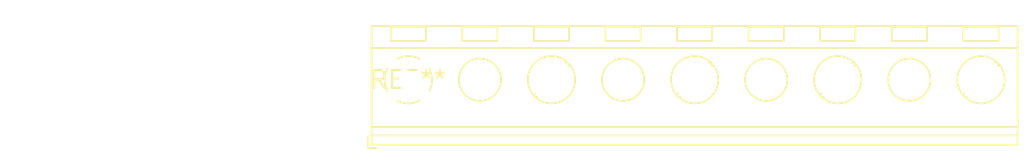
<source format=kicad_pcb>
(kicad_pcb (version 20240108) (generator pcbnew)
  (layers (0 "F.Cu" signal) (31 "B.Cu" signal) (34 "B.Paste" user) (35 "F.Paste" user) (36 "B.SilkS" user "B.Silkscreen") (37 "F.SilkS" user "F.Silkscreen") (38 "B.Mask" user) (39 "F.Mask" user) (44 "Edge.Cuts" user))
  (net 0 "")
  (footprint "TerminalBlock_RND_205-00244_1x05_P10.16mm_Horizontal" (layer "F.Cu") (at 0 0)
    (property "Reference" "REF**")
    (property "Value" "TerminalBlock_RND_205-00244_1x05_P10.16mm_Horizontal")
    (fp_line (start -2.84 4.01) (end -2.84 4.85) (layer "F.SilkS") (stroke (width 0.12)))
    (fp_line (start -2.84 4.85) (end -2.24 4.85) (layer "F.SilkS") (stroke (width 0.12)))
    (fp_line (start -2.6 -3.811) (end -2.6 4.61) (layer "F.SilkS") (stroke (width 0.12)))
    (fp_line (start -2.6 -3.811) (end 43.24 -3.811) (layer "F.SilkS") (stroke (width 0.12)))
    (fp_line (start -2.6 -2.251) (end 43.24 -2.251) (layer "F.SilkS") (stroke (width 0.12)))
    (fp_line (start -2.6 3.35) (end 43.24 3.35) (layer "F.SilkS") (stroke (width 0.12)))
    (fp_line (start -2.6 3.95) (end 43.24 3.95) (layer "F.SilkS") (stroke (width 0.12)))
    (fp_line (start -2.6 4.61) (end 43.24 4.61) (layer "F.SilkS") (stroke (width 0.12)))
    (fp_line (start -1.25 -3.751) (end -1.25 -2.751) (layer "F.SilkS") (stroke (width 0.12)))
    (fp_line (start -1.25 -3.751) (end 1.25 -3.751) (layer "F.SilkS") (stroke (width 0.12)))
    (fp_line (start -1.25 -2.751) (end 1.25 -2.751) (layer "F.SilkS") (stroke (width 0.12)))
    (fp_line (start 1.25 -3.751) (end 1.25 -2.751) (layer "F.SilkS") (stroke (width 0.12)))
    (fp_line (start 3.83 -3.751) (end 3.83 -2.751) (layer "F.SilkS") (stroke (width 0.12)))
    (fp_line (start 3.83 -3.751) (end 6.33 -3.751) (layer "F.SilkS") (stroke (width 0.12)))
    (fp_line (start 3.83 -2.751) (end 6.33 -2.751) (layer "F.SilkS") (stroke (width 0.12)))
    (fp_line (start 6.33 -3.751) (end 6.33 -2.751) (layer "F.SilkS") (stroke (width 0.12)))
    (fp_line (start 8.91 -3.751) (end 8.91 -2.751) (layer "F.SilkS") (stroke (width 0.12)))
    (fp_line (start 8.91 -3.751) (end 11.41 -3.751) (layer "F.SilkS") (stroke (width 0.12)))
    (fp_line (start 8.91 -2.751) (end 11.41 -2.751) (layer "F.SilkS") (stroke (width 0.12)))
    (fp_line (start 8.98 0.976) (end 8.886 1.069) (layer "F.SilkS") (stroke (width 0.12)))
    (fp_line (start 9.15 1.216) (end 9.091 1.274) (layer "F.SilkS") (stroke (width 0.12)))
    (fp_line (start 11.23 -1.275) (end 11.171 -1.216) (layer "F.SilkS") (stroke (width 0.12)))
    (fp_line (start 11.41 -3.751) (end 11.41 -2.751) (layer "F.SilkS") (stroke (width 0.12)))
    (fp_line (start 11.435 -1.069) (end 11.341 -0.976) (layer "F.SilkS") (stroke (width 0.12)))
    (fp_line (start 13.99 -3.751) (end 13.99 -2.751) (layer "F.SilkS") (stroke (width 0.12)))
    (fp_line (start 13.99 -3.751) (end 16.49 -3.751) (layer "F.SilkS") (stroke (width 0.12)))
    (fp_line (start 13.99 -2.751) (end 16.49 -2.751) (layer "F.SilkS") (stroke (width 0.12)))
    (fp_line (start 16.49 -3.751) (end 16.49 -2.751) (layer "F.SilkS") (stroke (width 0.12)))
    (fp_line (start 19.07 -3.751) (end 19.07 -2.751) (layer "F.SilkS") (stroke (width 0.12)))
    (fp_line (start 19.07 -3.751) (end 21.57 -3.751) (layer "F.SilkS") (stroke (width 0.12)))
    (fp_line (start 19.07 -2.751) (end 21.57 -2.751) (layer "F.SilkS") (stroke (width 0.12)))
    (fp_line (start 19.14 0.976) (end 19.046 1.069) (layer "F.SilkS") (stroke (width 0.12)))
    (fp_line (start 19.31 1.216) (end 19.251 1.274) (layer "F.SilkS") (stroke (width 0.12)))
    (fp_line (start 21.39 -1.275) (end 21.331 -1.216) (layer "F.SilkS") (stroke (width 0.12)))
    (fp_line (start 21.57 -3.751) (end 21.57 -2.751) (layer "F.SilkS") (stroke (width 0.12)))
    (fp_line (start 21.595 -1.069) (end 21.501 -0.976) (layer "F.SilkS") (stroke (width 0.12)))
    (fp_line (start 24.15 -3.751) (end 24.15 -2.751) (layer "F.SilkS") (stroke (width 0.12)))
    (fp_line (start 24.15 -3.751) (end 26.65 -3.751) (layer "F.SilkS") (stroke (width 0.12)))
    (fp_line (start 24.15 -2.751) (end 26.65 -2.751) (layer "F.SilkS") (stroke (width 0.12)))
    (fp_line (start 26.65 -3.751) (end 26.65 -2.751) (layer "F.SilkS") (stroke (width 0.12)))
    (fp_line (start 29.23 -3.751) (end 29.23 -2.751) (layer "F.SilkS") (stroke (width 0.12)))
    (fp_line (start 29.23 -3.751) (end 31.73 -3.751) (layer "F.SilkS") (stroke (width 0.12)))
    (fp_line (start 29.23 -2.751) (end 31.73 -2.751) (layer "F.SilkS") (stroke (width 0.12)))
    (fp_line (start 29.3 0.976) (end 29.206 1.069) (layer "F.SilkS") (stroke (width 0.12)))
    (fp_line (start 29.47 1.216) (end 29.411 1.274) (layer "F.SilkS") (stroke (width 0.12)))
    (fp_line (start 31.55 -1.275) (end 31.491 -1.216) (layer "F.SilkS") (stroke (width 0.12)))
    (fp_line (start 31.73 -3.751) (end 31.73 -2.751) (layer "F.SilkS") (stroke (width 0.12)))
    (fp_line (start 31.755 -1.069) (end 31.661 -0.976) (layer "F.SilkS") (stroke (width 0.12)))
    (fp_line (start 34.31 -3.751) (end 34.31 -2.751) (layer "F.SilkS") (stroke (width 0.12)))
    (fp_line (start 34.31 -3.751) (end 36.81 -3.751) (layer "F.SilkS") (stroke (width 0.12)))
    (fp_line (start 34.31 -2.751) (end 36.81 -2.751) (layer "F.SilkS") (stroke (width 0.12)))
    (fp_line (start 36.81 -3.751) (end 36.81 -2.751) (layer "F.SilkS") (stroke (width 0.12)))
    (fp_line (start 39.39 -3.751) (end 39.39 -2.751) (layer "F.SilkS") (stroke (width 0.12)))
    (fp_line (start 39.39 -3.751) (end 41.89 -3.751) (layer "F.SilkS") (stroke (width 0.12)))
    (fp_line (start 39.39 -2.751) (end 41.89 -2.751) (layer "F.SilkS") (stroke (width 0.12)))
    (fp_line (start 39.46 0.976) (end 39.366 1.069) (layer "F.SilkS") (stroke (width 0.12)))
    (fp_line (start 39.63 1.216) (end 39.571 1.274) (layer "F.SilkS") (stroke (width 0.12)))
    (fp_line (start 41.71 -1.275) (end 41.651 -1.216) (layer "F.SilkS") (stroke (width 0.12)))
    (fp_line (start 41.89 -3.751) (end 41.89 -2.751) (layer "F.SilkS") (stroke (width 0.12)))
    (fp_line (start 41.915 -1.069) (end 41.821 -0.976) (layer "F.SilkS") (stroke (width 0.12)))
    (fp_line (start 43.24 -3.811) (end 43.24 4.61) (layer "F.SilkS") (stroke (width 0.12)))
    (fp_arc (start -1.483953 0.789089) (mid -1.680708 5e-05) (end -1.484 -0.789) (layer "F.SilkS") (stroke (width 0.12)))
    (fp_arc (start -0.789089 -1.483953) (mid -5e-05 -1.680708) (end 0.789 -1.484) (layer "F.SilkS") (stroke (width 0.12)))
    (fp_arc (start 0.029383 1.68045) (mid -0.392304 1.634281) (end -0.789 1.484) (layer "F.SilkS") (stroke (width 0.12)))
    (fp_arc (start 0.788712 1.483352) (mid 0.406429 1.630097) (end 0 1.68) (layer "F.SilkS") (stroke (width 0.12)))
    (fp_arc (start 1.483953 -0.789089) (mid 1.680708 -5e-05) (end 1.484 0.789) (layer "F.SilkS") (stroke (width 0.12)))
    (fp_circle (center 5.08 0) (end 6.58 0) (layer "F.SilkS") (stroke (width 0.12)) (fill none))
    (fp_circle (center 10.16 0) (end 11.84 0) (layer "F.SilkS") (stroke (width 0.12)) (fill none))
    (fp_circle (center 15.24 0) (end 16.74 0) (layer "F.SilkS") (stroke (width 0.12)) (fill none))
    (fp_circle (center 20.32 0) (end 22 0) (layer "F.SilkS") (stroke (width 0.12)) (fill none))
    (fp_circle (center 25.4 0) (end 26.9 0) (layer "F.SilkS") (stroke (width 0.12)) (fill none))
    (fp_circle (center 30.48 0) (end 32.16 0) (layer "F.SilkS") (stroke (width 0.12)) (fill none))
    (fp_circle (center 35.56 0) (end 37.06 0) (layer "F.SilkS") (stroke (width 0.12)) (fill none))
    (fp_circle (center 40.64 0) (end 42.32 0) (layer "F.SilkS") (stroke (width 0.12)) (fill none))
    (pad "1" thru_hole rect (at 0 0) (size 2.5 2.5) (drill 1.3) (layers *.Cu *.Mask) (remove_unused_layers))
    (pad "2" thru_hole circle (at 10.16 0) (size 2.5 2.5) (drill 1.3) (layers *.Cu *.Mask) (remove_unused_layers))
    (pad "3" thru_hole circle (at 20.32 0) (size 2.5 2.5) (drill 1.3) (layers *.Cu *.Mask) (remove_unused_layers))
    (pad "4" thru_hole circle (at 30.48 0) (size 2.5 2.5) (drill 1.3) (layers *.Cu *.Mask) (remove_unused_layers))
    (pad "5" thru_hole circle (at 40.64 0) (size 2.5 2.5) (drill 1.3) (layers *.Cu *.Mask) (remove_unused_layers))
  )
)
</source>
